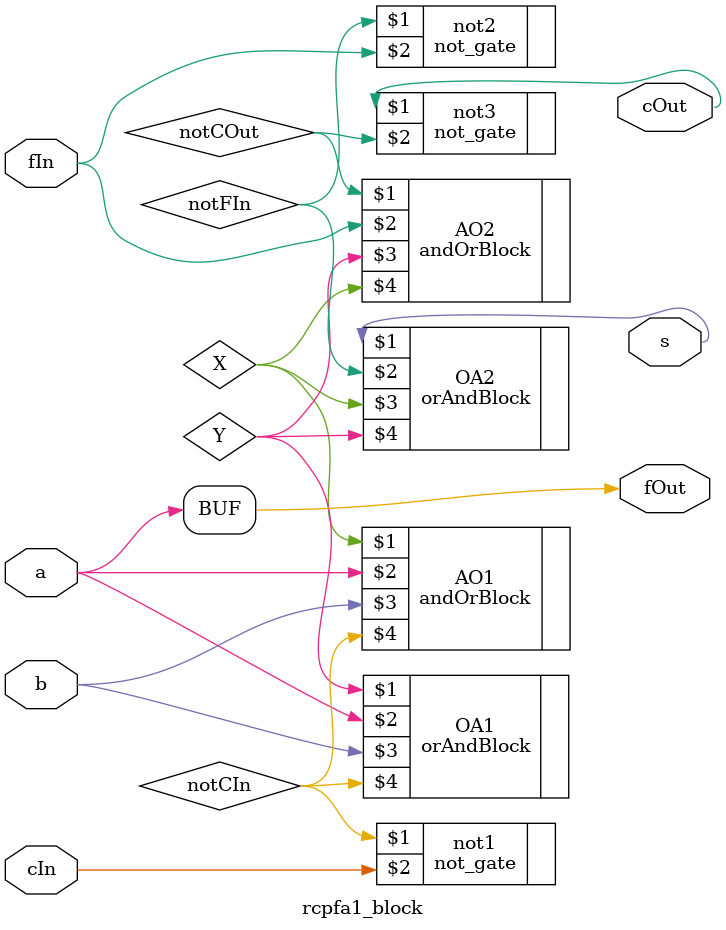
<source format=v>
module rcpfa1_block (
    input a,
    input b,
    input cIn,
    input fIn,
    output fOut,
    output s,
    output cOut
);
    wire X;
    wire Y;
    wire notFIn;
    wire notCIn;
    wire notCOut;


    assign fOut = a;
    not_gate not1(notCIn, cIn);
    andOrBlock AO1(X, a, b, notCIn);
    orAndBlock OA1(Y, a, b, notCIn);
    not_gate not2(notFIn, fIn);
    orAndBlock OA2(s, notFIn, X, Y);
    andOrBlock AO2(notCOut, fIn ,Y, X);
    not_gate not3(cOut, notCOut);

endmodule
</source>
